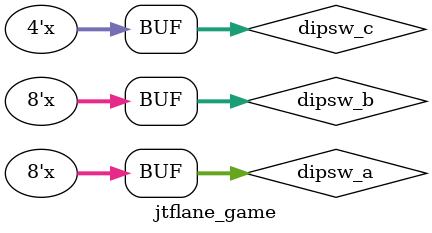
<source format=v>

/*  This file is part of JTCORES.
    JTCORES program is free software: you can redistribute it and/or modify
    it under the terms of the GNU General Public License as published by
    the Free Software Foundation, either version 3 of the License, or
    (at your option) any later version.

    JTCORES program is distributed in the hope that it will be useful,
    but WITHOUT ANY WARRANTY; without even the implied warranty of
    MERCHANTABILITY or FITNESS FOR A PARTICULAR PURPOSE.  See the
    GNU General Public License for more details.

    You should have received a copy of the GNU General Public License
    along with JTCORES.  If not, see <http://www.gnu.org/licenses/>.

    Author: Jose Tejada Gomez. Twitter: @topapate
    Version: 1.0
    Date: 25-8-2021 */

module jtflane_game(
    `include "jtframe_game_ports.inc" // see $JTFRAME/hdl/inc/jtframe_game_ports.inc
);

wire [ 7:0] dipsw_a, dipsw_b;
wire [ 3:0] dipsw_c;

wire [13:0] cpu_addr;
wire        gfx_irqn, pal_cs, gfx_ramcs;
wire        cpu_cen, cpu_rnw, cpu_irqn, cpu_nmin;
wire [ 7:0] pal_dout, cpu_dout, gfx_dout, st_video;

assign { dipsw_c, dipsw_b, dipsw_a } = dipsw[19:0];
assign debug_view = st_video;

`ifndef NOMAIN
jtflane_main u_main(
    .clk            ( clk24         ),        // 24 MHz
    .rst            ( rst24         ),
    .cen12          ( cen12         ),
    .cen3           ( cen3          ),
    .cpu_cen        ( cpu_cen       ),
    // ROM
    .rom_addr       ( main_addr     ),
    .rom_cs         ( main_cs       ),
    .rom_data       ( main_data     ),
    .rom_ok         ( main_ok       ),
    // cabinet I/O
    .cab_1p         ( cab_1p[1:0]   ),
    .coin           ( coin[1:0]     ),
    .joystick1      ( joystick1     ),
    .joystick2      ( joystick2     ),
    .service        ( service       ),
    // GFX
    .gfx_addr       ( cpu_addr      ),
    .cpu_dout       ( cpu_dout      ),
    .cpu_rnw        ( cpu_rnw       ),
    .gfx_irqn       ( cpu_irqn      ),
    .gfx_nmin       ( cpu_nmin      ),
    .gfx_cs         ( gfx_ramcs     ),
    .pal_cs         ( pal_cs        ),

    .gfx_dout       ( gfx_dout      ),
    .pal_dout       ( pal_dout      ),

    // PCM sound
    .pcma_addr      ( pcma_addr     ),
    .pcma_dout      ( pcma_data     ),
    .pcma_cs        ( pcma_cs       ),
    .pcma_ok        ( pcma_ok       ),

    .pcmb_addr      ( pcmb_addr     ),
    .pcmb_dout      ( pcmb_data     ),
    .pcmb_cs        ( pcmb_cs       ),
    .pcmb_ok        ( pcmb_ok       ),

    .pcmc_addr      ( pcmc_addr     ),
    .pcmc_dout      ( pcmc_data     ),
    .pcmc_cs        ( pcmc_cs       ),
    .pcmc_ok        ( pcmc_ok       ),

    .pcmd_addr      ( pcmd_addr     ),
    .pcmd_dout      ( pcmd_data     ),
    .pcmd_cs        ( pcmd_cs       ),
    .pcmd_ok        ( pcmd_ok       ),

    // DIP switches
    .dip_pause      ( dip_pause     ),
    .dipsw_a        ( dipsw_a       ),
    .dipsw_b        ( dipsw_b       ),
    .dipsw_c        ( dipsw_c       ),
    // Sound
    .pcm0           ( pcm0          ),
    .pcm1           ( pcm1          )
);
`else
assign main_cs = 0;
`endif

`ifndef NOVIDEO
jtlabrun_video #(.GAME(1))
u_video (
    .rst            ( rst           ),
    .clk            ( clk           ),
    .clk24          ( clk24         ),
    .pxl2_cen       ( pxl2_cen      ),
    .pxl_cen        ( pxl_cen       ),
    .LHBL           ( LHBL          ),
    .LVBL           ( LVBL          ),
    .HS             ( HS            ),
    .VS             ( VS            ),
    .flip           ( dip_flip      ),
    .dip_pause      ( dip_pause     ),
    .cab_1p   ( &cab_1p ),
    // PROMs
    .prom_we        ( prom_we       ),
    .prog_addr      ( prog_addr[8:0]),
    .prog_data      ( prog_data[3:0]),
    // GFX - CPU interface
    .cpu_irqn       ( cpu_irqn      ),
    .cpu_nmin       ( cpu_nmin      ),
    .gfx_cs         ( gfx_ramcs     ),
    .pal_cs         ( pal_cs        ),
    .cpu_rnw        ( cpu_rnw       ),
    .cpu_cen        ( cpu_cen       ),
    .cpu_addr       ( cpu_addr      ),
    .cpu_dout       ( cpu_dout      ),
    .gfx_dout       ( gfx_dout      ),
    .pal_dout       ( pal_dout      ),
    // SDRAM
    .gfx_addr       (  gfx_addr     ),
    .gfx_data       (  gfx_data     ),
    .gfx_ok         (  gfx_ok       ),
    .gfx_romcs      (  gfx_cs       ),
    // pixels
    .red            ( red           ),
    .green          ( green         ),
    .blue           ( blue          ),
    // Test
    .gfx_en         ( gfx_en        ),
    .debug_bus      ( debug_bus     ),
    .st_dout        ( st_video      )
);
`endif


endmodule

</source>
